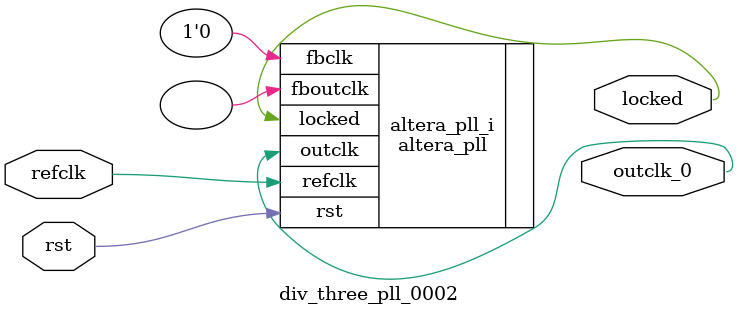
<source format=v>
`timescale 1ns/10ps
module  div_three_pll_0002(

	// interface 'refclk'
	input wire refclk,

	// interface 'reset'
	input wire rst,

	// interface 'outclk0'
	output wire outclk_0,

	// interface 'locked'
	output wire locked
);

	altera_pll #(
		.fractional_vco_multiplier("false"),
		.reference_clock_frequency("12.5 MHz"),
		.operation_mode("direct"),
		.number_of_clocks(1),
		.output_clock_frequency0("4.166666 MHz"),
		.phase_shift0("0 ps"),
		.duty_cycle0(50),
		.output_clock_frequency1("0 MHz"),
		.phase_shift1("0 ps"),
		.duty_cycle1(50),
		.output_clock_frequency2("0 MHz"),
		.phase_shift2("0 ps"),
		.duty_cycle2(50),
		.output_clock_frequency3("0 MHz"),
		.phase_shift3("0 ps"),
		.duty_cycle3(50),
		.output_clock_frequency4("0 MHz"),
		.phase_shift4("0 ps"),
		.duty_cycle4(50),
		.output_clock_frequency5("0 MHz"),
		.phase_shift5("0 ps"),
		.duty_cycle5(50),
		.output_clock_frequency6("0 MHz"),
		.phase_shift6("0 ps"),
		.duty_cycle6(50),
		.output_clock_frequency7("0 MHz"),
		.phase_shift7("0 ps"),
		.duty_cycle7(50),
		.output_clock_frequency8("0 MHz"),
		.phase_shift8("0 ps"),
		.duty_cycle8(50),
		.output_clock_frequency9("0 MHz"),
		.phase_shift9("0 ps"),
		.duty_cycle9(50),
		.output_clock_frequency10("0 MHz"),
		.phase_shift10("0 ps"),
		.duty_cycle10(50),
		.output_clock_frequency11("0 MHz"),
		.phase_shift11("0 ps"),
		.duty_cycle11(50),
		.output_clock_frequency12("0 MHz"),
		.phase_shift12("0 ps"),
		.duty_cycle12(50),
		.output_clock_frequency13("0 MHz"),
		.phase_shift13("0 ps"),
		.duty_cycle13(50),
		.output_clock_frequency14("0 MHz"),
		.phase_shift14("0 ps"),
		.duty_cycle14(50),
		.output_clock_frequency15("0 MHz"),
		.phase_shift15("0 ps"),
		.duty_cycle15(50),
		.output_clock_frequency16("0 MHz"),
		.phase_shift16("0 ps"),
		.duty_cycle16(50),
		.output_clock_frequency17("0 MHz"),
		.phase_shift17("0 ps"),
		.duty_cycle17(50),
		.pll_type("General"),
		.pll_subtype("General")
	) altera_pll_i (
		.rst	(rst),
		.outclk	({outclk_0}),
		.locked	(locked),
		.fboutclk	( ),
		.fbclk	(1'b0),
		.refclk	(refclk)
	);
endmodule


</source>
